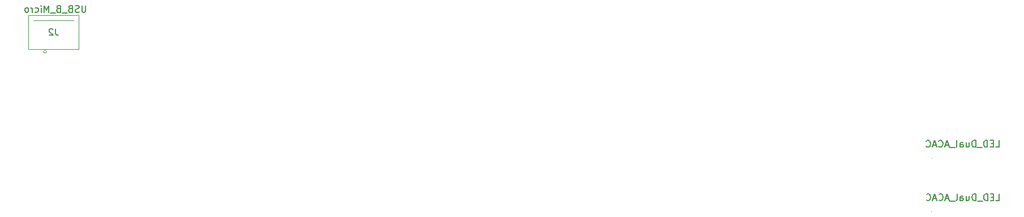
<source format=gbr>
%TF.GenerationSoftware,KiCad,Pcbnew,(5.1.6-0)*%
%TF.CreationDate,2023-03-06T10:11:25+01:00*%
%TF.ProjectId,A500KB,41353030-4b42-42e6-9b69-6361645f7063,3*%
%TF.SameCoordinates,Original*%
%TF.FileFunction,Other,Fab,Bot*%
%FSLAX46Y46*%
G04 Gerber Fmt 4.6, Leading zero omitted, Abs format (unit mm)*
G04 Created by KiCad (PCBNEW (5.1.6-0)) date 2023-03-06 10:11:25*
%MOMM*%
%LPD*%
G01*
G04 APERTURE LIST*
%ADD10C,0.100000*%
%ADD11C,0.150000*%
G04 APERTURE END LIST*
D10*
%TO.C,J2*%
X323700000Y-222000000D02*
X323700000Y-227000000D01*
X316950000Y-222698296D02*
X322950000Y-222698296D01*
X316200000Y-221998296D02*
X323700000Y-221998296D01*
X316200000Y-227000000D02*
X323700000Y-227000000D01*
X316200000Y-222000000D02*
X316200000Y-227000000D01*
X318650000Y-227100000D02*
X318450000Y-227300000D01*
X318850000Y-227300000D02*
X318650000Y-227100000D01*
X318450000Y-227510000D02*
X318850000Y-227510000D01*
X318450000Y-227510000D02*
X318450000Y-227300000D01*
X318850000Y-227510000D02*
X318850000Y-227300000D01*
%TO.C,D4*%
X451219400Y-251358400D02*
X451219400Y-251358400D01*
%TO.C,D3*%
X451194000Y-243357400D02*
X451194000Y-243357400D01*
%TD*%
%TO.C,J2*%
D11*
X324773809Y-220502380D02*
X324773809Y-221311904D01*
X324726190Y-221407142D01*
X324678571Y-221454761D01*
X324583333Y-221502380D01*
X324392857Y-221502380D01*
X324297619Y-221454761D01*
X324250000Y-221407142D01*
X324202380Y-221311904D01*
X324202380Y-220502380D01*
X323773809Y-221454761D02*
X323630952Y-221502380D01*
X323392857Y-221502380D01*
X323297619Y-221454761D01*
X323250000Y-221407142D01*
X323202380Y-221311904D01*
X323202380Y-221216666D01*
X323250000Y-221121428D01*
X323297619Y-221073809D01*
X323392857Y-221026190D01*
X323583333Y-220978571D01*
X323678571Y-220930952D01*
X323726190Y-220883333D01*
X323773809Y-220788095D01*
X323773809Y-220692857D01*
X323726190Y-220597619D01*
X323678571Y-220550000D01*
X323583333Y-220502380D01*
X323345238Y-220502380D01*
X323202380Y-220550000D01*
X322440476Y-220978571D02*
X322297619Y-221026190D01*
X322250000Y-221073809D01*
X322202380Y-221169047D01*
X322202380Y-221311904D01*
X322250000Y-221407142D01*
X322297619Y-221454761D01*
X322392857Y-221502380D01*
X322773809Y-221502380D01*
X322773809Y-220502380D01*
X322440476Y-220502380D01*
X322345238Y-220550000D01*
X322297619Y-220597619D01*
X322250000Y-220692857D01*
X322250000Y-220788095D01*
X322297619Y-220883333D01*
X322345238Y-220930952D01*
X322440476Y-220978571D01*
X322773809Y-220978571D01*
X322011904Y-221597619D02*
X321250000Y-221597619D01*
X320678571Y-220978571D02*
X320535714Y-221026190D01*
X320488095Y-221073809D01*
X320440476Y-221169047D01*
X320440476Y-221311904D01*
X320488095Y-221407142D01*
X320535714Y-221454761D01*
X320630952Y-221502380D01*
X321011904Y-221502380D01*
X321011904Y-220502380D01*
X320678571Y-220502380D01*
X320583333Y-220550000D01*
X320535714Y-220597619D01*
X320488095Y-220692857D01*
X320488095Y-220788095D01*
X320535714Y-220883333D01*
X320583333Y-220930952D01*
X320678571Y-220978571D01*
X321011904Y-220978571D01*
X320250000Y-221597619D02*
X319488095Y-221597619D01*
X319250000Y-221502380D02*
X319250000Y-220502380D01*
X318916666Y-221216666D01*
X318583333Y-220502380D01*
X318583333Y-221502380D01*
X318107142Y-221502380D02*
X318107142Y-220835714D01*
X318107142Y-220502380D02*
X318154761Y-220550000D01*
X318107142Y-220597619D01*
X318059523Y-220550000D01*
X318107142Y-220502380D01*
X318107142Y-220597619D01*
X317202380Y-221454761D02*
X317297619Y-221502380D01*
X317488095Y-221502380D01*
X317583333Y-221454761D01*
X317630952Y-221407142D01*
X317678571Y-221311904D01*
X317678571Y-221026190D01*
X317630952Y-220930952D01*
X317583333Y-220883333D01*
X317488095Y-220835714D01*
X317297619Y-220835714D01*
X317202380Y-220883333D01*
X316773809Y-221502380D02*
X316773809Y-220835714D01*
X316773809Y-221026190D02*
X316726190Y-220930952D01*
X316678571Y-220883333D01*
X316583333Y-220835714D01*
X316488095Y-220835714D01*
X316011904Y-221502380D02*
X316107142Y-221454761D01*
X316154761Y-221407142D01*
X316202380Y-221311904D01*
X316202380Y-221026190D01*
X316154761Y-220930952D01*
X316107142Y-220883333D01*
X316011904Y-220835714D01*
X315869047Y-220835714D01*
X315773809Y-220883333D01*
X315726190Y-220930952D01*
X315678571Y-221026190D01*
X315678571Y-221311904D01*
X315726190Y-221407142D01*
X315773809Y-221454761D01*
X315869047Y-221502380D01*
X316011904Y-221502380D01*
X320283333Y-223952380D02*
X320283333Y-224666666D01*
X320330952Y-224809523D01*
X320426190Y-224904761D01*
X320569047Y-224952380D01*
X320664285Y-224952380D01*
X319854761Y-224047619D02*
X319807142Y-224000000D01*
X319711904Y-223952380D01*
X319473809Y-223952380D01*
X319378571Y-224000000D01*
X319330952Y-224047619D01*
X319283333Y-224142857D01*
X319283333Y-224238095D01*
X319330952Y-224380952D01*
X319902380Y-224952380D01*
X319283333Y-224952380D01*
%TO.C,D4*%
X460907971Y-249710780D02*
X461384161Y-249710780D01*
X461384161Y-248710780D01*
X460574638Y-249186971D02*
X460241304Y-249186971D01*
X460098447Y-249710780D02*
X460574638Y-249710780D01*
X460574638Y-248710780D01*
X460098447Y-248710780D01*
X459669876Y-249710780D02*
X459669876Y-248710780D01*
X459431780Y-248710780D01*
X459288923Y-248758400D01*
X459193685Y-248853638D01*
X459146066Y-248948876D01*
X459098447Y-249139352D01*
X459098447Y-249282209D01*
X459146066Y-249472685D01*
X459193685Y-249567923D01*
X459288923Y-249663161D01*
X459431780Y-249710780D01*
X459669876Y-249710780D01*
X458907971Y-249806019D02*
X458146066Y-249806019D01*
X457907971Y-249710780D02*
X457907971Y-248710780D01*
X457669876Y-248710780D01*
X457527019Y-248758400D01*
X457431780Y-248853638D01*
X457384161Y-248948876D01*
X457336542Y-249139352D01*
X457336542Y-249282209D01*
X457384161Y-249472685D01*
X457431780Y-249567923D01*
X457527019Y-249663161D01*
X457669876Y-249710780D01*
X457907971Y-249710780D01*
X456479400Y-249044114D02*
X456479400Y-249710780D01*
X456907971Y-249044114D02*
X456907971Y-249567923D01*
X456860352Y-249663161D01*
X456765114Y-249710780D01*
X456622257Y-249710780D01*
X456527019Y-249663161D01*
X456479400Y-249615542D01*
X455574638Y-249710780D02*
X455574638Y-249186971D01*
X455622257Y-249091733D01*
X455717495Y-249044114D01*
X455907971Y-249044114D01*
X456003209Y-249091733D01*
X455574638Y-249663161D02*
X455669876Y-249710780D01*
X455907971Y-249710780D01*
X456003209Y-249663161D01*
X456050828Y-249567923D01*
X456050828Y-249472685D01*
X456003209Y-249377447D01*
X455907971Y-249329828D01*
X455669876Y-249329828D01*
X455574638Y-249282209D01*
X454955590Y-249710780D02*
X455050828Y-249663161D01*
X455098447Y-249567923D01*
X455098447Y-248710780D01*
X454812733Y-249806019D02*
X454050828Y-249806019D01*
X453860352Y-249425066D02*
X453384161Y-249425066D01*
X453955590Y-249710780D02*
X453622257Y-248710780D01*
X453288923Y-249710780D01*
X452384161Y-249615542D02*
X452431780Y-249663161D01*
X452574638Y-249710780D01*
X452669876Y-249710780D01*
X452812733Y-249663161D01*
X452907971Y-249567923D01*
X452955590Y-249472685D01*
X453003209Y-249282209D01*
X453003209Y-249139352D01*
X452955590Y-248948876D01*
X452907971Y-248853638D01*
X452812733Y-248758400D01*
X452669876Y-248710780D01*
X452574638Y-248710780D01*
X452431780Y-248758400D01*
X452384161Y-248806019D01*
X452003209Y-249425066D02*
X451527019Y-249425066D01*
X452098447Y-249710780D02*
X451765114Y-248710780D01*
X451431780Y-249710780D01*
X450527019Y-249615542D02*
X450574638Y-249663161D01*
X450717495Y-249710780D01*
X450812733Y-249710780D01*
X450955590Y-249663161D01*
X451050828Y-249567923D01*
X451098447Y-249472685D01*
X451146066Y-249282209D01*
X451146066Y-249139352D01*
X451098447Y-248948876D01*
X451050828Y-248853638D01*
X450955590Y-248758400D01*
X450812733Y-248710780D01*
X450717495Y-248710780D01*
X450574638Y-248758400D01*
X450527019Y-248806019D01*
%TO.C,D3*%
X460882571Y-241709780D02*
X461358761Y-241709780D01*
X461358761Y-240709780D01*
X460549238Y-241185971D02*
X460215904Y-241185971D01*
X460073047Y-241709780D02*
X460549238Y-241709780D01*
X460549238Y-240709780D01*
X460073047Y-240709780D01*
X459644476Y-241709780D02*
X459644476Y-240709780D01*
X459406380Y-240709780D01*
X459263523Y-240757400D01*
X459168285Y-240852638D01*
X459120666Y-240947876D01*
X459073047Y-241138352D01*
X459073047Y-241281209D01*
X459120666Y-241471685D01*
X459168285Y-241566923D01*
X459263523Y-241662161D01*
X459406380Y-241709780D01*
X459644476Y-241709780D01*
X458882571Y-241805019D02*
X458120666Y-241805019D01*
X457882571Y-241709780D02*
X457882571Y-240709780D01*
X457644476Y-240709780D01*
X457501619Y-240757400D01*
X457406380Y-240852638D01*
X457358761Y-240947876D01*
X457311142Y-241138352D01*
X457311142Y-241281209D01*
X457358761Y-241471685D01*
X457406380Y-241566923D01*
X457501619Y-241662161D01*
X457644476Y-241709780D01*
X457882571Y-241709780D01*
X456454000Y-241043114D02*
X456454000Y-241709780D01*
X456882571Y-241043114D02*
X456882571Y-241566923D01*
X456834952Y-241662161D01*
X456739714Y-241709780D01*
X456596857Y-241709780D01*
X456501619Y-241662161D01*
X456454000Y-241614542D01*
X455549238Y-241709780D02*
X455549238Y-241185971D01*
X455596857Y-241090733D01*
X455692095Y-241043114D01*
X455882571Y-241043114D01*
X455977809Y-241090733D01*
X455549238Y-241662161D02*
X455644476Y-241709780D01*
X455882571Y-241709780D01*
X455977809Y-241662161D01*
X456025428Y-241566923D01*
X456025428Y-241471685D01*
X455977809Y-241376447D01*
X455882571Y-241328828D01*
X455644476Y-241328828D01*
X455549238Y-241281209D01*
X454930190Y-241709780D02*
X455025428Y-241662161D01*
X455073047Y-241566923D01*
X455073047Y-240709780D01*
X454787333Y-241805019D02*
X454025428Y-241805019D01*
X453834952Y-241424066D02*
X453358761Y-241424066D01*
X453930190Y-241709780D02*
X453596857Y-240709780D01*
X453263523Y-241709780D01*
X452358761Y-241614542D02*
X452406380Y-241662161D01*
X452549238Y-241709780D01*
X452644476Y-241709780D01*
X452787333Y-241662161D01*
X452882571Y-241566923D01*
X452930190Y-241471685D01*
X452977809Y-241281209D01*
X452977809Y-241138352D01*
X452930190Y-240947876D01*
X452882571Y-240852638D01*
X452787333Y-240757400D01*
X452644476Y-240709780D01*
X452549238Y-240709780D01*
X452406380Y-240757400D01*
X452358761Y-240805019D01*
X451977809Y-241424066D02*
X451501619Y-241424066D01*
X452073047Y-241709780D02*
X451739714Y-240709780D01*
X451406380Y-241709780D01*
X450501619Y-241614542D02*
X450549238Y-241662161D01*
X450692095Y-241709780D01*
X450787333Y-241709780D01*
X450930190Y-241662161D01*
X451025428Y-241566923D01*
X451073047Y-241471685D01*
X451120666Y-241281209D01*
X451120666Y-241138352D01*
X451073047Y-240947876D01*
X451025428Y-240852638D01*
X450930190Y-240757400D01*
X450787333Y-240709780D01*
X450692095Y-240709780D01*
X450549238Y-240757400D01*
X450501619Y-240805019D01*
%TD*%
M02*

</source>
